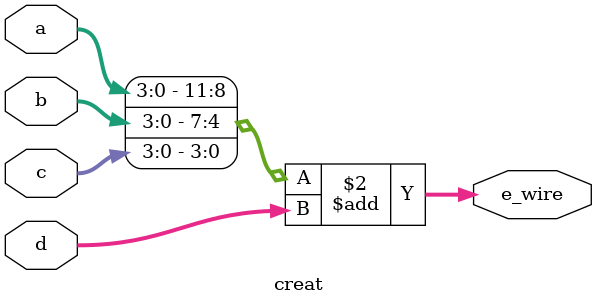
<source format=sv>
module creat (
    input [3:0]		a,
    input [3:0]		b,
    input [3:0]		c,
    input [11:0]	d,
    output logic [11:0]	e_wire);

    always_comb
      e_wire =  { a, b, c } + d;

endmodule

</source>
